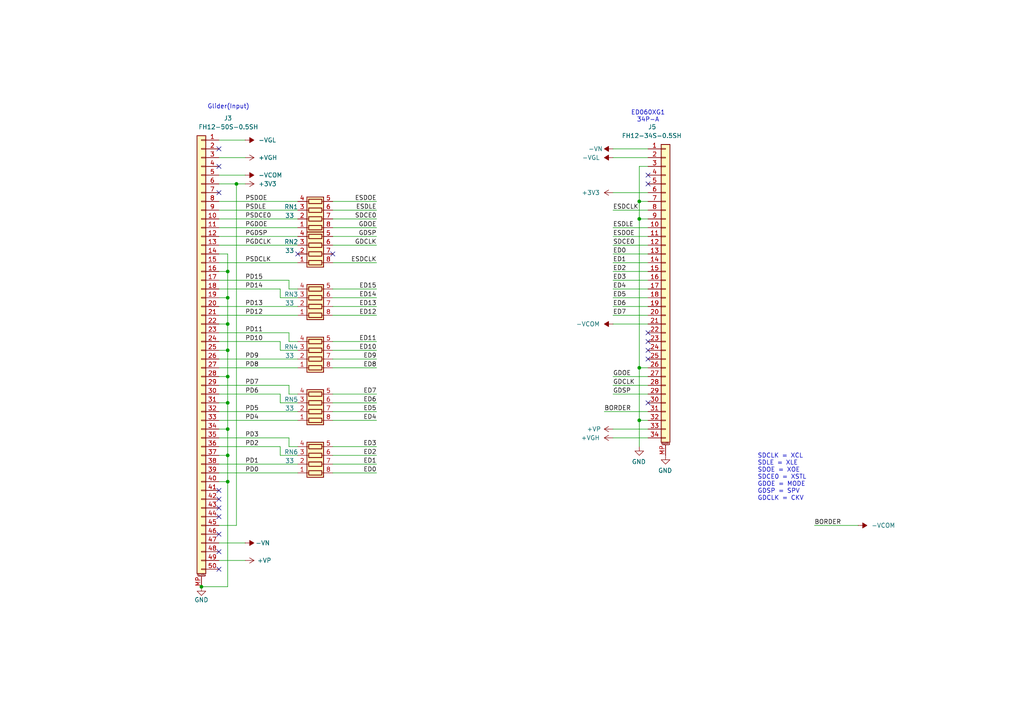
<source format=kicad_sch>
(kicad_sch (version 20231120) (generator "eeschema") (generator_version "8.0")
  (paper "A4")
  (lib_symbols
    (symbol "Connector_Generic_MountingPin:Conn_01x34_MountingPin" (pin_names (offset 1.016) hide)
      (property "Reference" "J" (at 0 43.18 0))
      (property "Value" "Conn_01x34_MountingPin" (at 1.27 -45.72 0))
      (symbol "Conn_01x34_MountingPin_1_1"
        (rectangle (start -1.27 -43.053) (end 0 -43.307) (stroke (width 0.1524)))
        (rectangle (start -1.27 -40.513) (end 0 -40.767) (stroke (width 0.1524)))
        (rectangle (start -1.27 -37.973) (end 0 -38.227) (stroke (width 0.1524)))
        (rectangle (start -1.27 -35.433) (end 0 -35.687) (stroke (width 0.1524)))
        (rectangle (start -1.27 -32.893) (end 0 -33.147) (stroke (width 0.1524)))
        (rectangle (start -1.27 -30.353) (end 0 -30.607) (stroke (width 0.1524)))
        (rectangle (start -1.27 -27.813) (end 0 -28.067) (stroke (width 0.1524)))
        (rectangle (start -1.27 -25.273) (end 0 -25.527) (stroke (width 0.1524)))
        (rectangle (start -1.27 -22.733) (end 0 -22.987) (stroke (width 0.1524)))
        (rectangle (start -1.27 -20.193) (end 0 -20.447) (stroke (width 0.1524)))
        (rectangle (start -1.27 -17.653) (end 0 -17.907) (stroke (width 0.1524)))
        (rectangle (start -1.27 -15.113) (end 0 -15.367) (stroke (width 0.1524)))
        (rectangle (start -1.27 -12.573) (end 0 -12.827) (stroke (width 0.1524)))
        (rectangle (start -1.27 -10.033) (end 0 -10.287) (stroke (width 0.1524)))
        (rectangle (start -1.27 -7.493) (end 0 -7.747) (stroke (width 0.1524)))
        (rectangle (start -1.27 -4.953) (end 0 -5.207) (stroke (width 0.1524)))
        (rectangle (start -1.27 -2.413) (end 0 -2.667) (stroke (width 0.1524)))
        (rectangle (start -1.27 0.127) (end 0 -0.127) (stroke (width 0.1524)))
        (rectangle (start -1.27 2.667) (end 0 2.413) (stroke (width 0.1524)))
        (rectangle (start -1.27 5.207) (end 0 4.953) (stroke (width 0.1524)))
        (rectangle (start -1.27 7.747) (end 0 7.493) (stroke (width 0.1524)))
        (rectangle (start -1.27 10.287) (end 0 10.033) (stroke (width 0.1524)))
        (rectangle (start -1.27 12.827) (end 0 12.573) (stroke (width 0.1524)))
        (rectangle (start -1.27 15.367) (end 0 15.113) (stroke (width 0.1524)))
        (rectangle (start -1.27 17.907) (end 0 17.653) (stroke (width 0.1524)))
        (rectangle (start -1.27 20.447) (end 0 20.193) (stroke (width 0.1524)))
        (rectangle (start -1.27 22.987) (end 0 22.733) (stroke (width 0.1524)))
        (rectangle (start -1.27 25.527) (end 0 25.273) (stroke (width 0.1524)))
        (rectangle (start -1.27 28.067) (end 0 27.813) (stroke (width 0.1524)))
        (rectangle (start -1.27 30.607) (end 0 30.353) (stroke (width 0.1524)))
        (rectangle (start -1.27 33.147) (end 0 32.893) (stroke (width 0.1524)))
        (rectangle (start -1.27 35.687) (end 0 35.433) (stroke (width 0.1524)))
        (rectangle (start -1.27 38.227) (end 0 37.973) (stroke (width 0.1524)))
        (rectangle (start -1.27 40.767) (end 0 40.513) (stroke (width 0.1524)))
        (rectangle (start -1.27 41.91) (end 1.27 -44.45) (stroke (width 0.254)) (fill (type background)))
        (polyline (pts (xy -1.016 -45.212) (xy 1.016 -45.212)) (stroke (width 0.1524)))
        (text "Mounting" (at 0 -44.831 0) (effects (font (size 0.381 0.381))))
        (pin passive line (at -5.08 40.64 0) (length 3.81) (name "Pin_1") (number "1"))
        (pin passive line (at -5.08 17.78 0) (length 3.81) (name "Pin_10") (number "10"))
        (pin passive line (at -5.08 15.24 0) (length 3.81) (name "Pin_11") (number "11"))
        (pin passive line (at -5.08 12.7 0) (length 3.81) (name "Pin_12") (number "12"))
        (pin passive line (at -5.08 10.16 0) (length 3.81) (name "Pin_13") (number "13"))
        (pin passive line (at -5.08 7.62 0) (length 3.81) (name "Pin_14") (number "14"))
        (pin passive line (at -5.08 5.08 0) (length 3.81) (name "Pin_15") (number "15"))
        (pin passive line (at -5.08 2.54 0) (length 3.81) (name "Pin_16") (number "16"))
        (pin passive line (at -5.08 0 0) (length 3.81) (name "Pin_17") (number "17"))
        (pin passive line (at -5.08 -2.54 0) (length 3.81) (name "Pin_18") (number "18"))
        (pin passive line (at -5.08 -5.08 0) (length 3.81) (name "Pin_19") (number "19"))
        (pin passive line (at -5.08 38.1 0) (length 3.81) (name "Pin_2") (number "2"))
        (pin passive line (at -5.08 -7.62 0) (length 3.81) (name "Pin_20") (number "20"))
        (pin passive line (at -5.08 -10.16 0) (length 3.81) (name "Pin_21") (number "21"))
        (pin passive line (at -5.08 -12.7 0) (length 3.81) (name "Pin_22") (number "22"))
        (pin passive line (at -5.08 -15.24 0) (length 3.81) (name "Pin_23") (number "23"))
        (pin passive line (at -5.08 -17.78 0) (length 3.81) (name "Pin_24") (number "24"))
        (pin passive line (at -5.08 -20.32 0) (length 3.81) (name "Pin_25") (number "25"))
        (pin passive line (at -5.08 -22.86 0) (length 3.81) (name "Pin_26") (number "26"))
        (pin passive line (at -5.08 -25.4 0) (length 3.81) (name "Pin_27") (number "27"))
        (pin passive line (at -5.08 -27.94 0) (length 3.81) (name "Pin_28") (number "28"))
        (pin passive line (at -5.08 -30.48 0) (length 3.81) (name "Pin_29") (number "29"))
        (pin passive line (at -5.08 35.56 0) (length 3.81) (name "Pin_3") (number "3"))
        (pin passive line (at -5.08 -33.02 0) (length 3.81) (name "Pin_30") (number "30"))
        (pin passive line (at -5.08 -35.56 0) (length 3.81) (name "Pin_31") (number "31"))
        (pin passive line (at -5.08 -38.1 0) (length 3.81) (name "Pin_32") (number "32"))
        (pin passive line (at -5.08 -40.64 0) (length 3.81) (name "Pin_33") (number "33"))
        (pin passive line (at -5.08 -43.18 0) (length 3.81) (name "Pin_34") (number "34"))
        (pin passive line (at -5.08 33.02 0) (length 3.81) (name "Pin_4") (number "4"))
        (pin passive line (at -5.08 30.48 0) (length 3.81) (name "Pin_5") (number "5"))
        (pin passive line (at -5.08 27.94 0) (length 3.81) (name "Pin_6") (number "6"))
        (pin passive line (at -5.08 25.4 0) (length 3.81) (name "Pin_7") (number "7"))
        (pin passive line (at -5.08 22.86 0) (length 3.81) (name "Pin_8") (number "8"))
        (pin passive line (at -5.08 20.32 0) (length 3.81) (name "Pin_9") (number "9"))
        (pin passive line (at 0 -48.26 90) (length 3.048) (name "MountPin") (number "MP"))
      )
    )
    (symbol "Connector_Generic_MountingPin:Conn_01x50_MountingPin" (pin_names (offset 1.016) hide)
      (property "Reference" "J" (at 0 63.5 0))
      (property "Value" "Conn_01x50_MountingPin" (at 1.27 -66.04 0))
      (symbol "Conn_01x50_MountingPin_1_1"
        (rectangle (start -1.27 -63.373) (end 0 -63.627) (stroke (width 0.1524)))
        (rectangle (start -1.27 -60.833) (end 0 -61.087) (stroke (width 0.1524)))
        (rectangle (start -1.27 -58.293) (end 0 -58.547) (stroke (width 0.1524)))
        (rectangle (start -1.27 -55.753) (end 0 -56.007) (stroke (width 0.1524)))
        (rectangle (start -1.27 -53.213) (end 0 -53.467) (stroke (width 0.1524)))
        (rectangle (start -1.27 -50.673) (end 0 -50.927) (stroke (width 0.1524)))
        (rectangle (start -1.27 -48.133) (end 0 -48.387) (stroke (width 0.1524)))
        (rectangle (start -1.27 -45.593) (end 0 -45.847) (stroke (width 0.1524)))
        (rectangle (start -1.27 -43.053) (end 0 -43.307) (stroke (width 0.1524)))
        (rectangle (start -1.27 -40.513) (end 0 -40.767) (stroke (width 0.1524)))
        (rectangle (start -1.27 -37.973) (end 0 -38.227) (stroke (width 0.1524)))
        (rectangle (start -1.27 -35.433) (end 0 -35.687) (stroke (width 0.1524)))
        (rectangle (start -1.27 -32.893) (end 0 -33.147) (stroke (width 0.1524)))
        (rectangle (start -1.27 -30.353) (end 0 -30.607) (stroke (width 0.1524)))
        (rectangle (start -1.27 -27.813) (end 0 -28.067) (stroke (width 0.1524)))
        (rectangle (start -1.27 -25.273) (end 0 -25.527) (stroke (width 0.1524)))
        (rectangle (start -1.27 -22.733) (end 0 -22.987) (stroke (width 0.1524)))
        (rectangle (start -1.27 -20.193) (end 0 -20.447) (stroke (width 0.1524)))
        (rectangle (start -1.27 -17.653) (end 0 -17.907) (stroke (width 0.1524)))
        (rectangle (start -1.27 -15.113) (end 0 -15.367) (stroke (width 0.1524)))
        (rectangle (start -1.27 -12.573) (end 0 -12.827) (stroke (width 0.1524)))
        (rectangle (start -1.27 -10.033) (end 0 -10.287) (stroke (width 0.1524)))
        (rectangle (start -1.27 -7.493) (end 0 -7.747) (stroke (width 0.1524)))
        (rectangle (start -1.27 -4.953) (end 0 -5.207) (stroke (width 0.1524)))
        (rectangle (start -1.27 -2.413) (end 0 -2.667) (stroke (width 0.1524)))
        (rectangle (start -1.27 0.127) (end 0 -0.127) (stroke (width 0.1524)))
        (rectangle (start -1.27 2.667) (end 0 2.413) (stroke (width 0.1524)))
        (rectangle (start -1.27 5.207) (end 0 4.953) (stroke (width 0.1524)))
        (rectangle (start -1.27 7.747) (end 0 7.493) (stroke (width 0.1524)))
        (rectangle (start -1.27 10.287) (end 0 10.033) (stroke (width 0.1524)))
        (rectangle (start -1.27 12.827) (end 0 12.573) (stroke (width 0.1524)))
        (rectangle (start -1.27 15.367) (end 0 15.113) (stroke (width 0.1524)))
        (rectangle (start -1.27 17.907) (end 0 17.653) (stroke (width 0.1524)))
        (rectangle (start -1.27 20.447) (end 0 20.193) (stroke (width 0.1524)))
        (rectangle (start -1.27 22.987) (end 0 22.733) (stroke (width 0.1524)))
        (rectangle (start -1.27 25.527) (end 0 25.273) (stroke (width 0.1524)))
        (rectangle (start -1.27 28.067) (end 0 27.813) (stroke (width 0.1524)))
        (rectangle (start -1.27 30.607) (end 0 30.353) (stroke (width 0.1524)))
        (rectangle (start -1.27 33.147) (end 0 32.893) (stroke (width 0.1524)))
        (rectangle (start -1.27 35.687) (end 0 35.433) (stroke (width 0.1524)))
        (rectangle (start -1.27 38.227) (end 0 37.973) (stroke (width 0.1524)))
        (rectangle (start -1.27 40.767) (end 0 40.513) (stroke (width 0.1524)))
        (rectangle (start -1.27 43.307) (end 0 43.053) (stroke (width 0.1524)))
        (rectangle (start -1.27 45.847) (end 0 45.593) (stroke (width 0.1524)))
        (rectangle (start -1.27 48.387) (end 0 48.133) (stroke (width 0.1524)))
        (rectangle (start -1.27 50.927) (end 0 50.673) (stroke (width 0.1524)))
        (rectangle (start -1.27 53.467) (end 0 53.213) (stroke (width 0.1524)))
        (rectangle (start -1.27 56.007) (end 0 55.753) (stroke (width 0.1524)))
        (rectangle (start -1.27 58.547) (end 0 58.293) (stroke (width 0.1524)))
        (rectangle (start -1.27 61.087) (end 0 60.833) (stroke (width 0.1524)))
        (rectangle (start -1.27 62.23) (end 1.27 -64.77) (stroke (width 0.254)) (fill (type background)))
        (polyline (pts (xy -1.016 -65.532) (xy 1.016 -65.532)) (stroke (width 0.1524)))
        (text "Mounting" (at 0 -65.151 0) (effects (font (size 0.381 0.381))))
        (pin passive line (at -5.08 60.96 0) (length 3.81) (name "Pin_1") (number "1"))
        (pin passive line (at -5.08 38.1 0) (length 3.81) (name "Pin_10") (number "10"))
        (pin passive line (at -5.08 35.56 0) (length 3.81) (name "Pin_11") (number "11"))
        (pin passive line (at -5.08 33.02 0) (length 3.81) (name "Pin_12") (number "12"))
        (pin passive line (at -5.08 30.48 0) (length 3.81) (name "Pin_13") (number "13"))
        (pin passive line (at -5.08 27.94 0) (length 3.81) (name "Pin_14") (number "14"))
        (pin passive line (at -5.08 25.4 0) (length 3.81) (name "Pin_15") (number "15"))
        (pin passive line (at -5.08 22.86 0) (length 3.81) (name "Pin_16") (number "16"))
        (pin passive line (at -5.08 20.32 0) (length 3.81) (name "Pin_17") (number "17"))
        (pin passive line (at -5.08 17.78 0) (length 3.81) (name "Pin_18") (number "18"))
        (pin passive line (at -5.08 15.24 0) (length 3.81) (name "Pin_19") (number "19"))
        (pin passive line (at -5.08 58.42 0) (length 3.81) (name "Pin_2") (number "2"))
        (pin passive line (at -5.08 12.7 0) (length 3.81) (name "Pin_20") (number "20"))
        (pin passive line (at -5.08 10.16 0) (length 3.81) (name "Pin_21") (number "21"))
        (pin passive line (at -5.08 7.62 0) (length 3.81) (name "Pin_22") (number "22"))
        (pin passive line (at -5.08 5.08 0) (length 3.81) (name "Pin_23") (number "23"))
        (pin passive line (at -5.08 2.54 0) (length 3.81) (name "Pin_24") (number "24"))
        (pin passive line (at -5.08 0 0) (length 3.81) (name "Pin_25") (number "25"))
        (pin passive line (at -5.08 -2.54 0) (length 3.81) (name "Pin_26") (number "26"))
        (pin passive line (at -5.08 -5.08 0) (length 3.81) (name "Pin_27") (number "27"))
        (pin passive line (at -5.08 -7.62 0) (length 3.81) (name "Pin_28") (number "28"))
        (pin passive line (at -5.08 -10.16 0) (length 3.81) (name "Pin_29") (number "29"))
        (pin passive line (at -5.08 55.88 0) (length 3.81) (name "Pin_3") (number "3"))
        (pin passive line (at -5.08 -12.7 0) (length 3.81) (name "Pin_30") (number "30"))
        (pin passive line (at -5.08 -15.24 0) (length 3.81) (name "Pin_31") (number "31"))
        (pin passive line (at -5.08 -17.78 0) (length 3.81) (name "Pin_32") (number "32"))
        (pin passive line (at -5.08 -20.32 0) (length 3.81) (name "Pin_33") (number "33"))
        (pin passive line (at -5.08 -22.86 0) (length 3.81) (name "Pin_34") (number "34"))
        (pin passive line (at -5.08 -25.4 0) (length 3.81) (name "Pin_35") (number "35"))
        (pin passive line (at -5.08 -27.94 0) (length 3.81) (name "Pin_36") (number "36"))
        (pin passive line (at -5.08 -30.48 0) (length 3.81) (name "Pin_37") (number "37"))
        (pin passive line (at -5.08 -33.02 0) (length 3.81) (name "Pin_38") (number "38"))
        (pin passive line (at -5.08 -35.56 0) (length 3.81) (name "Pin_39") (number "39"))
        (pin passive line (at -5.08 53.34 0) (length 3.81) (name "Pin_4") (number "4"))
        (pin passive line (at -5.08 -38.1 0) (length 3.81) (name "Pin_40") (number "40"))
        (pin passive line (at -5.08 -40.64 0) (length 3.81) (name "Pin_41") (number "41"))
        (pin passive line (at -5.08 -43.18 0) (length 3.81) (name "Pin_42") (number "42"))
        (pin passive line (at -5.08 -45.72 0) (length 3.81) (name "Pin_43") (number "43"))
        (pin passive line (at -5.08 -48.26 0) (length 3.81) (name "Pin_44") (number "44"))
        (pin passive line (at -5.08 -50.8 0) (length 3.81) (name "Pin_45") (number "45"))
        (pin passive line (at -5.08 -53.34 0) (length 3.81) (name "Pin_46") (number "46"))
        (pin passive line (at -5.08 -55.88 0) (length 3.81) (name "Pin_47") (number "47"))
        (pin passive line (at -5.08 -58.42 0) (length 3.81) (name "Pin_48") (number "48"))
        (pin passive line (at -5.08 -60.96 0) (length 3.81) (name "Pin_49") (number "49"))
        (pin passive line (at -5.08 50.8 0) (length 3.81) (name "Pin_5") (number "5"))
        (pin passive line (at -5.08 -63.5 0) (length 3.81) (name "Pin_50") (number "50"))
        (pin passive line (at -5.08 48.26 0) (length 3.81) (name "Pin_6") (number "6"))
        (pin passive line (at -5.08 45.72 0) (length 3.81) (name "Pin_7") (number "7"))
        (pin passive line (at -5.08 43.18 0) (length 3.81) (name "Pin_8") (number "8"))
        (pin passive line (at -5.08 40.64 0) (length 3.81) (name "Pin_9") (number "9"))
        (pin passive line (at 0 -68.58 90) (length 3.048) (name "MountPin") (number "MP"))
      )
    )
    (symbol "Device:R_Pack04" (pin_names (offset 0) hide)
      (property "Reference" "RN" (at -7.62 0 90))
      (property "Value" "R_Pack04" (at 5.08 0 90))
      (symbol "R_Pack04_0_1"
        (rectangle (start -6.35 -2.413) (end 3.81 2.413) (stroke (width 0.254)) (fill (type background)))
        (rectangle (start -5.715 1.905) (end -4.445 -1.905) (stroke (width 0.254)))
        (rectangle (start -3.175 1.905) (end -1.905 -1.905) (stroke (width 0.254)))
        (rectangle (start -0.635 1.905) (end 0.635 -1.905) (stroke (width 0.254)))
        (polyline (pts (xy -5.08 -2.54) (xy -5.08 -1.905)))
        (polyline (pts (xy -5.08 1.905) (xy -5.08 2.54)))
        (polyline (pts (xy -2.54 -2.54) (xy -2.54 -1.905)))
        (polyline (pts (xy -2.54 1.905) (xy -2.54 2.54)))
        (polyline (pts (xy 0 -2.54) (xy 0 -1.905)))
        (polyline (pts (xy 0 1.905) (xy 0 2.54)))
        (polyline (pts (xy 2.54 -2.54) (xy 2.54 -1.905)))
        (polyline (pts (xy 2.54 1.905) (xy 2.54 2.54)))
        (rectangle (start 1.905 1.905) (end 3.175 -1.905) (stroke (width 0.254)))
      )
      (symbol "R_Pack04_1_1"
        (pin passive line (at -5.08 -5.08 90) (length 2.54) (name "R1.1") (number "1"))
        (pin passive line (at -2.54 -5.08 90) (length 2.54) (name "R2.1") (number "2"))
        (pin passive line (at 0 -5.08 90) (length 2.54) (name "R3.1") (number "3"))
        (pin passive line (at 2.54 -5.08 90) (length 2.54) (name "R4.1") (number "4"))
        (pin passive line (at 2.54 5.08 270) (length 2.54) (name "R4.2") (number "5"))
        (pin passive line (at 0 5.08 270) (length 2.54) (name "R3.2") (number "6"))
        (pin passive line (at -2.54 5.08 270) (length 2.54) (name "R2.2") (number "7"))
        (pin passive line (at -5.08 5.08 270) (length 2.54) (name "R1.2") (number "8"))
      )
    )
    (symbol "power:+3V3" (power) (pin_names (offset 0))
      (property "Value" "+3V3" (at 0 3.556 0))
      (symbol "+3V3_0_1"
        (polyline (pts (xy -0.762 1.27) (xy 0 2.54)))
        (polyline (pts (xy 0 0) (xy 0 2.54)))
        (polyline (pts (xy 0 2.54) (xy 0.762 1.27)))
      )
      (symbol "+3V3_1_1"
        (pin power_in line (at 0 0 90) (length 0) hide (name "+3V3") (number "1"))
      )
    )
    (symbol "power:GND" (power) (pin_names (offset 0))
      (property "Value" "GND" (at 0 -3.81 0))
      (symbol "GND_0_1"
        (polyline (pts (xy 0 0) (xy 0 -1.27) (xy 1.27 -1.27) (xy 0 -2.54) (xy -1.27 -1.27) (xy 0 -1.27)))
      )
      (symbol "GND_1_1"
        (pin power_in line (at 0 0 270) (length 0) hide (name "GND") (number "1"))
      )
    )
    (symbol "symbols:+V" (power) (pin_names (offset 0))
      (property "Value" "+V" (at 0 3.556 0))
      (symbol "+V_0_1"
        (polyline (pts (xy -0.762 1.27) (xy 0 2.54)))
        (polyline (pts (xy 0 0) (xy 0 2.54)))
        (polyline (pts (xy 0 2.54) (xy 0.762 1.27)))
      )
      (symbol "+V_1_1"
        (pin power_in line (at 0 0 90) (length 0) hide (name "~") (number "1"))
      )
    )
    (symbol "symbols:-V" (power) (pin_numbers hide) (pin_names (offset 0) hide)
      (property "Value" "-V" (at 0 3.556 0))
      (symbol "-V_0_0"
        (pin power_in line (at 0 0 90) (length 0) (name "~") (number "1"))
      )
      (symbol "-V_0_1"
        (polyline (pts (xy 0 0) (xy 0 1.27) (xy 0.762 1.27) (xy 0 2.54) (xy -0.762 1.27) (xy 0 1.27)) (fill (type outline)))
      )
    )
  )
  (junction (at 66.04 109.22))
  (junction (at 68.58 53.34))
  (junction (at 66.04 139.7))
  (junction (at 66.04 116.84))
  (junction (at 58.42 170.18))
  (junction (at 66.04 78.74))
  (junction (at 66.04 132.08))
  (junction (at 66.04 86.36))
  (junction (at 66.04 101.6))
  (junction (at 185.42 121.92))
  (junction (at 185.42 63.5))
  (junction (at 66.04 124.46))
  (junction (at 185.42 58.42))
  (junction (at 185.42 106.68))
  (junction (at 66.04 93.98))
  (no_connect (at 63.5 154.94))
  (no_connect (at 63.5 149.86))
  (no_connect (at 187.96 116.84))
  (no_connect (at 187.96 101.6))
  (no_connect (at 187.96 104.14))
  (no_connect (at 63.5 142.24))
  (no_connect (at 63.5 160.02))
  (no_connect (at 187.96 50.8))
  (no_connect (at 63.5 55.88))
  (no_connect (at 187.96 96.52))
  (no_connect (at 96.52 73.66))
  (no_connect (at 86.36 73.66))
  (no_connect (at 63.5 165.1))
  (no_connect (at 187.96 99.06))
  (no_connect (at 63.5 147.32))
  (no_connect (at 63.5 43.18))
  (no_connect (at 63.5 48.26))
  (no_connect (at 63.5 144.78))
  (no_connect (at 187.96 53.34))
  (wire (pts (xy 96.52 63.5) (xy 109.22 63.5)))
  (wire (pts (xy 63.5 60.96) (xy 86.36 60.96)))
  (wire (pts (xy 63.5 81.28) (xy 83.82 81.28)))
  (wire (pts (xy 177.8 43.18) (xy 187.96 43.18)))
  (wire (pts (xy 63.5 86.36) (xy 66.04 86.36)))
  (wire (pts (xy 66.04 132.08) (xy 66.04 124.46)))
  (wire (pts (xy 177.8 88.9) (xy 187.96 88.9)))
  (wire (pts (xy 81.28 116.84) (xy 86.36 116.84)))
  (wire (pts (xy 185.42 58.42) (xy 185.42 63.5)))
  (wire (pts (xy 66.04 116.84) (xy 66.04 109.22)))
  (wire (pts (xy 63.5 124.46) (xy 66.04 124.46)))
  (wire (pts (xy 66.04 93.98) (xy 66.04 86.36)))
  (wire (pts (xy 187.96 111.76) (xy 177.8 111.76)))
  (wire (pts (xy 185.42 48.26) (xy 185.42 58.42)))
  (wire (pts (xy 81.28 99.06) (xy 81.28 101.6)))
  (wire (pts (xy 96.52 68.58) (xy 109.22 68.58)))
  (wire (pts (xy 63.5 66.04) (xy 86.36 66.04)))
  (wire (pts (xy 185.42 106.68) (xy 185.42 121.92)))
  (wire (pts (xy 177.8 60.96) (xy 187.96 60.96)))
  (wire (pts (xy 96.52 119.38) (xy 109.22 119.38)))
  (wire (pts (xy 83.82 99.06) (xy 86.36 99.06)))
  (wire (pts (xy 83.82 81.28) (xy 83.82 83.82)))
  (wire (pts (xy 63.5 121.92) (xy 86.36 121.92)))
  (wire (pts (xy 177.8 66.04) (xy 187.96 66.04)))
  (wire (pts (xy 66.04 86.36) (xy 66.04 78.74)))
  (wire (pts (xy 63.5 137.16) (xy 86.36 137.16)))
  (wire (pts (xy 177.8 45.72) (xy 187.96 45.72)))
  (wire (pts (xy 81.28 101.6) (xy 86.36 101.6)))
  (wire (pts (xy 175.26 119.38) (xy 187.96 119.38)))
  (wire (pts (xy 63.5 99.06) (xy 81.28 99.06)))
  (wire (pts (xy 96.52 86.36) (xy 109.22 86.36)))
  (wire (pts (xy 96.52 132.08) (xy 109.22 132.08)))
  (wire (pts (xy 96.52 76.2) (xy 109.22 76.2)))
  (wire (pts (xy 63.5 127) (xy 83.82 127)))
  (wire (pts (xy 177.8 68.58) (xy 187.96 68.58)))
  (wire (pts (xy 81.28 83.82) (xy 81.28 86.36)))
  (wire (pts (xy 96.52 66.04) (xy 109.22 66.04)))
  (wire (pts (xy 96.52 101.6) (xy 109.22 101.6)))
  (wire (pts (xy 96.52 104.14) (xy 109.22 104.14)))
  (wire (pts (xy 66.04 124.46) (xy 66.04 116.84)))
  (wire (pts (xy 63.5 88.9) (xy 86.36 88.9)))
  (wire (pts (xy 63.5 93.98) (xy 66.04 93.98)))
  (wire (pts (xy 63.5 50.8) (xy 71.12 50.8)))
  (wire (pts (xy 81.28 86.36) (xy 86.36 86.36)))
  (wire (pts (xy 96.52 99.06) (xy 109.22 99.06)))
  (wire (pts (xy 187.96 114.3) (xy 177.8 114.3)))
  (wire (pts (xy 96.52 58.42) (xy 109.22 58.42)))
  (wire (pts (xy 66.04 109.22) (xy 66.04 101.6)))
  (wire (pts (xy 68.58 53.34) (xy 68.58 152.4)))
  (wire (pts (xy 83.82 96.52) (xy 83.82 99.06)))
  (wire (pts (xy 96.52 60.96) (xy 109.22 60.96)))
  (wire (pts (xy 63.5 68.58) (xy 86.36 68.58)))
  (wire (pts (xy 185.42 121.92) (xy 185.42 129.54)))
  (wire (pts (xy 63.5 132.08) (xy 66.04 132.08)))
  (wire (pts (xy 63.5 119.38) (xy 86.36 119.38)))
  (wire (pts (xy 66.04 73.66) (xy 63.5 73.66)))
  (wire (pts (xy 187.96 48.26) (xy 185.42 48.26)))
  (wire (pts (xy 63.5 96.52) (xy 83.82 96.52)))
  (wire (pts (xy 185.42 121.92) (xy 187.96 121.92)))
  (wire (pts (xy 96.52 83.82) (xy 109.22 83.82)))
  (wire (pts (xy 177.8 127) (xy 187.96 127)))
  (wire (pts (xy 63.5 114.3) (xy 81.28 114.3)))
  (wire (pts (xy 68.58 152.4) (xy 63.5 152.4)))
  (wire (pts (xy 66.04 170.18) (xy 66.04 139.7)))
  (wire (pts (xy 96.52 116.84) (xy 109.22 116.84)))
  (wire (pts (xy 185.42 58.42) (xy 187.96 58.42)))
  (wire (pts (xy 66.04 101.6) (xy 66.04 93.98)))
  (wire (pts (xy 177.8 91.44) (xy 187.96 91.44)))
  (wire (pts (xy 81.28 129.54) (xy 81.28 132.08)))
  (wire (pts (xy 177.8 124.46) (xy 187.96 124.46)))
  (wire (pts (xy 63.5 45.72) (xy 71.12 45.72)))
  (wire (pts (xy 177.8 83.82) (xy 187.96 83.82)))
  (wire (pts (xy 63.5 91.44) (xy 86.36 91.44)))
  (wire (pts (xy 63.5 53.34) (xy 68.58 53.34)))
  (wire (pts (xy 83.82 127) (xy 83.82 129.54)))
  (wire (pts (xy 63.5 58.42) (xy 86.36 58.42)))
  (wire (pts (xy 83.82 114.3) (xy 86.36 114.3)))
  (wire (pts (xy 177.8 78.74) (xy 187.96 78.74)))
  (wire (pts (xy 96.52 88.9) (xy 109.22 88.9)))
  (wire (pts (xy 177.8 55.88) (xy 187.96 55.88)))
  (wire (pts (xy 81.28 132.08) (xy 86.36 132.08)))
  (wire (pts (xy 96.52 137.16) (xy 109.22 137.16)))
  (wire (pts (xy 96.52 91.44) (xy 109.22 91.44)))
  (wire (pts (xy 66.04 139.7) (xy 66.04 132.08)))
  (wire (pts (xy 63.5 101.6) (xy 66.04 101.6)))
  (wire (pts (xy 83.82 111.76) (xy 83.82 114.3)))
  (wire (pts (xy 63.5 40.64) (xy 71.12 40.64)))
  (wire (pts (xy 63.5 76.2) (xy 86.36 76.2)))
  (wire (pts (xy 63.5 63.5) (xy 86.36 63.5)))
  (wire (pts (xy 96.52 134.62) (xy 109.22 134.62)))
  (wire (pts (xy 83.82 83.82) (xy 86.36 83.82)))
  (wire (pts (xy 177.8 71.12) (xy 187.96 71.12)))
  (wire (pts (xy 185.42 63.5) (xy 185.42 106.68)))
  (wire (pts (xy 96.52 71.12) (xy 109.22 71.12)))
  (wire (pts (xy 63.5 116.84) (xy 66.04 116.84)))
  (wire (pts (xy 63.5 71.12) (xy 86.36 71.12)))
  (wire (pts (xy 63.5 157.48) (xy 71.12 157.48)))
  (wire (pts (xy 185.42 63.5) (xy 187.96 63.5)))
  (wire (pts (xy 63.5 83.82) (xy 81.28 83.82)))
  (wire (pts (xy 96.52 106.68) (xy 109.22 106.68)))
  (wire (pts (xy 177.8 76.2) (xy 187.96 76.2)))
  (wire (pts (xy 177.8 81.28) (xy 187.96 81.28)))
  (wire (pts (xy 187.96 109.22) (xy 177.8 109.22)))
  (wire (pts (xy 63.5 106.68) (xy 86.36 106.68)))
  (wire (pts (xy 66.04 170.18) (xy 58.42 170.18)))
  (wire (pts (xy 63.5 139.7) (xy 66.04 139.7)))
  (wire (pts (xy 83.82 129.54) (xy 86.36 129.54)))
  (wire (pts (xy 63.5 104.14) (xy 86.36 104.14)))
  (wire (pts (xy 63.5 111.76) (xy 83.82 111.76)))
  (wire (pts (xy 236.22 152.4) (xy 248.92 152.4)))
  (wire (pts (xy 63.5 109.22) (xy 66.04 109.22)))
  (wire (pts (xy 68.58 53.34) (xy 71.12 53.34)))
  (wire (pts (xy 96.52 121.92) (xy 109.22 121.92)))
  (wire (pts (xy 81.28 114.3) (xy 81.28 116.84)))
  (wire (pts (xy 63.5 162.56) (xy 71.12 162.56)))
  (wire (pts (xy 66.04 78.74) (xy 66.04 73.66)))
  (wire (pts (xy 185.42 106.68) (xy 187.96 106.68)))
  (wire (pts (xy 177.8 86.36) (xy 187.96 86.36)))
  (wire (pts (xy 63.5 134.62) (xy 86.36 134.62)))
  (wire (pts (xy 96.52 129.54) (xy 109.22 129.54)))
  (wire (pts (xy 177.8 73.66) (xy 187.96 73.66)))
  (wire (pts (xy 63.5 129.54) (xy 81.28 129.54)))
  (wire (pts (xy 177.8 93.98) (xy 187.96 93.98)))
  (wire (pts (xy 63.5 78.74) (xy 66.04 78.74)))
  (wire (pts (xy 96.52 114.3) (xy 109.22 114.3)))
  (text "ED060XG1\n34P-A" (at 187.96 35.56 0) (effects (font (size 1.27 1.27)) (justify bottom)))
  (text "Glider(Input)" (at 72.39 31.75 0) (effects (font (size 1.27 1.27)) (justify right bottom)))
  (text "SDCLK = XCL\nSDLE = XLE\nSDOE = XOE\nSDCE0 = XSTL\nGDOE = MODE\nGDSP = SPV\nGDCLK = CKV" (at 219.71 138.43 0) (effects (font (size 1.27 1.27)) (justify left)))
  (label "PGDSP" (at 71.12 68.58 0))
  (label "SDCE0" (at 177.8 71.12 0))
  (label "ED5" (at 109.22 119.38 180))
  (label "ED1" (at 177.8 76.2 0))
  (label "PD0" (at 71.12 137.16 0))
  (label "SDCE0" (at 109.22 63.5 180))
  (label "ESDLE" (at 177.8 66.04 0))
  (label "PD6" (at 71.12 114.3 0))
  (label "PSDCLK" (at 71.12 76.2 0))
  (label "ED1" (at 109.22 134.62 180))
  (label "PD9" (at 71.12 104.14 0))
  (label "ED4" (at 177.8 83.82 0))
  (label "ESDCLK" (at 109.22 76.2 180))
  (label "PGDOE" (at 71.12 66.04 0))
  (label "PD10" (at 71.12 99.06 0))
  (label "PD5" (at 71.12 119.38 0))
  (label "ESDCLK" (at 177.8 60.96 0))
  (label "GDCLK" (at 109.22 71.12 180))
  (label "ED9" (at 109.22 104.14 180))
  (label "ESDOE" (at 109.22 58.42 180))
  (label "ED12" (at 109.22 91.44 180))
  (label "GDOE" (at 109.22 66.04 180))
  (label "PD2" (at 71.12 129.54 0))
  (label "ED13" (at 109.22 88.9 180))
  (label "ESDOE" (at 177.8 68.58 0))
  (label "PD11" (at 71.12 96.52 0))
  (label "ED0" (at 177.8 73.66 0))
  (label "ED14" (at 109.22 86.36 180))
  (label "ED6" (at 109.22 116.84 180))
  (label "ED7" (at 177.8 91.44 0))
  (label "ED0" (at 109.22 137.16 180))
  (label "ED4" (at 109.22 121.92 180))
  (label "GDOE" (at 177.8 109.22 0))
  (label "PD1" (at 71.12 134.62 0))
  (label "PSDCE0" (at 71.12 63.5 0))
  (label "ED11" (at 109.22 99.06 180))
  (label "PD15" (at 71.12 81.28 0))
  (label "ED10" (at 109.22 101.6 180))
  (label "PSDOE" (at 71.12 58.42 0))
  (label "PD7" (at 71.12 111.76 0))
  (label "ED2" (at 177.8 78.74 0))
  (label "ED7" (at 109.22 114.3 180))
  (label "BORDER" (at 175.26 119.38 0))
  (label "ED2" (at 109.22 132.08 180))
  (label "GDCLK" (at 177.8 111.76 0))
  (label "GDSP" (at 177.8 114.3 0))
  (label "ED6" (at 177.8 88.9 0))
  (label "ED8" (at 109.22 106.68 180))
  (label "ED3" (at 109.22 129.54 180))
  (label "PD3" (at 71.12 127 0))
  (label "ESDLE" (at 109.22 60.96 180))
  (label "PD13" (at 71.12 88.9 0))
  (label "PD8" (at 71.12 106.68 0))
  (label "ED3" (at 177.8 81.28 0))
  (label "BORDER" (at 236.22 152.4 0))
  (label "ED15" (at 109.22 83.82 180))
  (label "PD12" (at 71.12 91.44 0))
  (label "PD14" (at 71.12 83.82 0))
  (label "GDSP" (at 109.22 68.58 180))
  (label "ED5" (at 177.8 86.36 0))
  (label "PSDLE" (at 71.12 60.96 0))
  (label "PD4" (at 71.12 121.92 0))
  (label "PGDCLK" (at 71.12 71.12 0))
  (symbol (lib_id "Device:R_Pack04") (at 91.44 132.08 270) (mirror x) (unit 1)
    (property "Reference" "RN6" (at 82.4484 131.1148 90) (effects (justify left)))
    (property "Value" "33" (at 82.677 133.6548 90) (effects (justify left)))
    (property "Footprint" "Resistor_SMD:R_Array_Convex_4x0402" (effects (hide yes)))
  )
  (symbol (lib_id "symbols:-V") (at 71.12 157.48 270) (mirror x) (unit 1)
    (property "Reference" "#PWR024" (effects (hide yes)))
    (property "Value" "-VN" (at 76.2 157.48 90))
  )
  (symbol (lib_id "symbols:-V") (at 177.8 93.98 90) (mirror x) (unit 1)
    (property "Reference" "#PWR040" (effects (hide yes)))
    (property "Value" "-VCOM" (at 173.99 93.9799 90) (effects (justify left)))
  )
  (symbol (lib_id "Connector_Generic_MountingPin:Conn_01x34_MountingPin") (at 193.04 83.82 0) (unit 1)
    (property "Reference" "J5" (at 187.96 36.83 0) (effects (justify left)))
    (property "Value" "FH12-34S-0.5SH" (at 180.34 39.37 0) (effects (justify left)))
    (property "Footprint" "footprints:Xunpu_FPC-05F-34PH20_1x34-1MP_P0.50mm_Horizontal" (effects (hide yes)))
  )
  (symbol (lib_id "Device:R_Pack04") (at 91.44 86.36 270) (mirror x) (unit 1)
    (property "Reference" "RN3" (at 82.4484 85.3948 90) (effects (justify left)))
    (property "Value" "33" (at 82.677 87.9348 90) (effects (justify left)))
    (property "Footprint" "Resistor_SMD:R_Array_Convex_4x0402" (effects (hide yes)))
  )
  (symbol (lib_id "power:GND") (at 185.42 129.54 0) (mirror y) (unit 1)
    (property "Reference" "#PWR043" (effects (hide yes)))
    (property "Value" "GND" (at 185.293 133.9342 0))
  )
  (symbol (lib_id "symbols:-V") (at 248.92 152.4 270) (mirror x) (unit 1)
    (property "Reference" "#PWR04" (effects (hide yes)))
    (property "Value" "-VCOM" (at 252.73 152.3999 90) (effects (justify left)))
  )
  (symbol (lib_id "symbols:+V") (at 71.12 45.72 270) (mirror x) (unit 1)
    (property "Reference" "#PWR021" (effects (hide yes)))
    (property "Value" "+VGH" (at 74.93 45.7199 90) (effects (justify left)))
  )
  (symbol (lib_id "symbols:+V") (at 71.12 162.56 270) (mirror x) (unit 1)
    (property "Reference" "#PWR025" (effects (hide yes)))
    (property "Value" "+VP" (at 78.74 162.56 90) (effects (justify right)))
  )
  (symbol (lib_id "Device:R_Pack04") (at 91.44 60.96 270) (mirror x) (unit 1)
    (property "Reference" "RN1" (at 82.4484 59.9948 90) (effects (justify left)))
    (property "Value" "33" (at 82.677 62.5348 90) (effects (justify left)))
    (property "Footprint" "Resistor_SMD:R_Array_Convex_4x0402" (effects (hide yes)))
  )
  (symbol (lib_id "Connector_Generic_MountingPin:Conn_01x50_MountingPin") (at 58.42 101.6 0) (mirror y) (unit 1)
    (property "Reference" "J3" (at 67.31 34.29 0) (effects (justify left)))
    (property "Value" "FH12-50S-0.5SH" (at 74.93 36.83 0) (effects (justify left)))
    (property "Footprint" "footprints:Xunpu_FPC-05F-50PH20_1x50-1MP_P0.50mm_Horizontal_Mirrored" (effects (hide yes)))
    (property "Description" "\"Generic connectable mounting pin connector, single row, 01x50, script generated\"" (effects (hide yes)))
  )
  (symbol (lib_id "symbols:+V") (at 177.8 127 90) (mirror x) (unit 1)
    (property "Reference" "#PWR042" (effects (hide yes)))
    (property "Value" "+VGH" (at 173.99 126.9999 90) (effects (justify left)))
  )
  (symbol (lib_id "Device:R_Pack04") (at 91.44 101.6 270) (mirror x) (unit 1)
    (property "Reference" "RN4" (at 82.4484 100.6348 90) (effects (justify left)))
    (property "Value" "33" (at 82.677 103.1748 90) (effects (justify left)))
    (property "Footprint" "Resistor_SMD:R_Array_Convex_4x0402" (effects (hide yes)))
  )
  (symbol (lib_id "symbols:+V") (at 177.8 124.46 90) (mirror x) (unit 1)
    (property "Reference" "#PWR041" (effects (hide yes)))
    (property "Value" "+VP" (at 170.18 124.46 90) (effects (justify right)))
  )
  (symbol (lib_id "Device:R_Pack04") (at 91.44 116.84 270) (mirror x) (unit 1)
    (property "Reference" "RN5" (at 82.4484 115.8748 90) (effects (justify left)))
    (property "Value" "33" (at 82.677 118.4148 90) (effects (justify left)))
    (property "Footprint" "Resistor_SMD:R_Array_Convex_4x0402" (effects (hide yes)))
  )
  (symbol (lib_id "power:GND") (at 193.04 132.08 0) (mirror y) (unit 1)
    (property "Reference" "#PWR044" (effects (hide yes)))
    (property "Value" "GND" (at 192.913 136.4742 0))
  )
  (symbol (lib_id "Device:R_Pack04") (at 91.44 71.12 270) (mirror x) (unit 1)
    (property "Reference" "RN2" (at 82.4484 70.1548 90) (effects (justify left)))
    (property "Value" "33" (at 82.677 72.6948 90) (effects (justify left)))
    (property "Footprint" "Resistor_SMD:R_Array_Convex_4x0402" (effects (hide yes)))
  )
  (symbol (lib_id "power:GND") (at 58.42 170.18 0) (unit 1)
    (property "Reference" "#PWR06" (effects (hide yes)))
    (property "Value" "GND" (at 58.42 173.99 0))
  )
  (symbol (lib_id "symbols:-V") (at 177.8 43.18 90) (mirror x) (unit 1)
    (property "Reference" "#PWR037" (effects (hide yes)))
    (property "Value" "-VN" (at 172.72 43.18 90))
  )
  (symbol (lib_id "symbols:-V") (at 71.12 50.8 270) (mirror x) (unit 1)
    (property "Reference" "#PWR022" (effects (hide yes)))
    (property "Value" "-VCOM" (at 74.93 50.7999 90) (effects (justify left)))
  )
  (symbol (lib_id "symbols:+V") (at 71.12 53.34 270) (mirror x) (unit 1)
    (property "Reference" "#PWR023" (effects (hide yes)))
    (property "Value" "+3V3" (at 74.93 53.3399 90) (effects (justify left)))
  )
  (symbol (lib_id "symbols:-V") (at 177.8 45.72 90) (mirror x) (unit 1)
    (property "Reference" "#PWR038" (effects (hide yes)))
    (property "Value" "-VGL" (at 173.99 45.7199 90) (effects (justify left)))
  )
  (symbol (lib_id "symbols:-V") (at 71.12 40.64 270) (mirror x) (unit 1)
    (property "Reference" "#PWR020" (effects (hide yes)))
    (property "Value" "-VGL" (at 74.93 40.6399 90) (effects (justify left)))
  )
  (symbol (lib_id "power:+3V3") (at 177.8 55.88 90) (unit 1)
    (property "Reference" "#PWR039" (effects (hide yes)))
    (property "Value" "+3V3" (at 173.99 55.8799 90) (effects (justify left)))
  )
)
</source>
